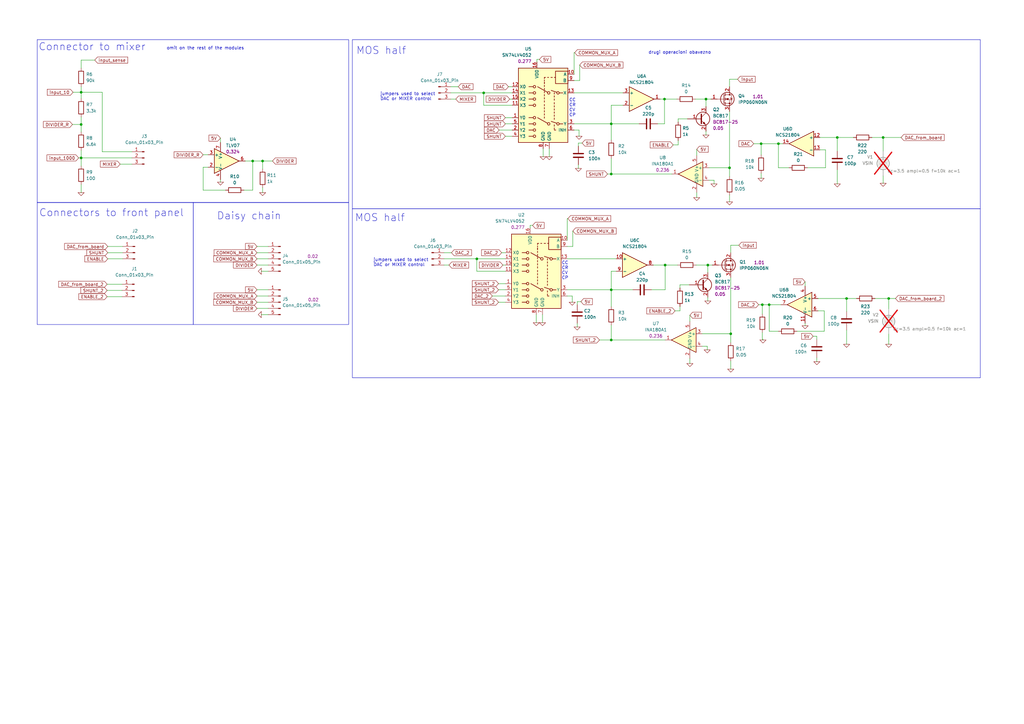
<source format=kicad_sch>
(kicad_sch (version 20230121) (generator eeschema)
  (paper "A3")
  (lib_symbols
    (symbol "Connector:Conn_01x03_Pin" (pin_names (offset 1.016) hide)
      (property "Reference" "J" (at 0 5.08 0))
      (property "Value" "Conn_01x03_Pin" (at 0 -5.08 0))
      (symbol "Conn_01x03_Pin_1_1"
        (pin passive line (at 5.08 2.54 180) (length 3.81) (name "Pin_1") (number "1"))
        (pin passive line (at 5.08 0 180) (length 3.81) (name "Pin_2") (number "2"))
        (pin passive line (at 5.08 -2.54 180) (length 3.81) (name "Pin_3") (number "3"))
      )
    )
    (symbol "Connector:Conn_01x05_Pin" (pin_names (offset 1.016) hide)
      (property "Reference" "J" (at 0 7.62 0))
      (property "Value" "Conn_01x05_Pin" (at 0 -7.62 0))
      (symbol "Conn_01x05_Pin_1_1"
        (pin passive line (at 5.08 5.08 180) (length 3.81) (name "Pin_1") (number "1"))
        (pin passive line (at 5.08 2.54 180) (length 3.81) (name "Pin_2") (number "2"))
        (pin passive line (at 5.08 0 180) (length 3.81) (name "Pin_3") (number "3"))
        (pin passive line (at 5.08 -2.54 180) (length 3.81) (name "Pin_4") (number "4"))
        (pin passive line (at 5.08 -5.08 180) (length 3.81) (name "Pin_5") (number "5"))
      )
    )
    (symbol "Device:C" (pin_numbers hide) (pin_names (offset 0.254))
      (property "Reference" "C" (at 0.635 2.54 0))
      (property "Value" "C" (at 0.635 -2.54 0))
      (symbol "C_1_1"
        (pin passive line (at 0 3.81 270) (length 2.794) (name "~") (number "1"))
        (pin passive line (at 0 -3.81 90) (length 2.794) (name "~") (number "2"))
      )
    )
    (symbol "Device:R" (pin_numbers hide) (pin_names (offset 0))
      (property "Reference" "R" (at 2.032 0 90))
      (property "Value" "R" (at 0 0 90))
      (symbol "R_1_1"
        (pin passive line (at 0 3.81 270) (length 1.27) (name "~") (number "1"))
        (pin passive line (at 0 -3.81 90) (length 1.27) (name "~") (number "2"))
      )
    )
    (symbol "SPICE_Analog_Switch:SN74LV4052"
      (property "Reference" "U" (at -10.16 16.51 0))
      (property "Value" "SN74LV4052" (at 3.81 16.51 0))
      (property "Price" "0.277" (at 0 0 0))
      (symbol "SN74LV4052_1_1"
        (pin bidirectional line (at 12.7 -5.08 180) (length 2.54) (name "Y0") (number "1"))
        (pin input line (at -12.7 12.7 0) (length 2.54) (name "A") (number "10"))
        (pin bidirectional line (at 12.7 0 180) (length 2.54) (name "X3") (number "11"))
        (pin bidirectional line (at 12.7 7.62 180) (length 2.54) (name "X0") (number "12"))
        (pin bidirectional line (at -12.7 5.08 0) (length 2.54) (name "X") (number "13"))
        (pin bidirectional line (at 12.7 5.08 180) (length 2.54) (name "X1") (number "14"))
        (pin bidirectional line (at 12.7 2.54 180) (length 2.54) (name "X2") (number "15"))
        (pin power_in line (at 2.54 17.78 270) (length 2.54) (name "VDD") (number "16"))
        (pin bidirectional line (at 12.7 -10.16 180) (length 2.54) (name "Y2") (number "2"))
        (pin bidirectional line (at -12.7 -7.62 0) (length 2.54) (name "Y") (number "3"))
        (pin bidirectional line (at 12.7 -12.7 180) (length 2.54) (name "Y3") (number "4"))
        (pin bidirectional line (at 12.7 -7.62 180) (length 2.54) (name "Y1") (number "5"))
        (pin input line (at -12.7 -10.16 0) (length 2.54) (name "INH") (number "6"))
        (pin power_in line (at -2.54 -17.78 90) (length 2.54) (name "GND") (number "7"))
        (pin power_in line (at 0 -17.78 90) (length 2.54) (name "GND") (number "8"))
        (pin input line (at -12.7 10.16 0) (length 2.54) (name "B") (number "9"))
      )
    )
    (symbol "SPICE_bjts:BC817" (pin_names (offset 0) hide)
      (property "Reference" "Q" (at 5.08 1.905 0))
      (property "Value" "BC817" (at 5.08 0 0))
      (property "Sim.Name" "BC817-25" (at 10.16 -3.81 0))
      (property "Price" "0.05" (at 6.35 -6.35 0))
      (symbol "BC817_1_1"
        (pin input line (at -5.08 0 0) (length 5.715) (name "B") (number "1"))
        (pin passive line (at 2.54 -5.08 90) (length 2.54) (name "E") (number "2"))
        (pin passive line (at 2.54 5.08 270) (length 2.54) (name "C") (number "3"))
      )
    )
    (symbol "SPICE_current_amp:INA180A1" (pin_names (offset 0.127))
      (property "Reference" "U" (at 3.81 3.81 0))
      (property "Value" "INA180A1" (at 3.81 -2.54 0))
      (property "Price" "0.236" (at 0 0 0))
      (symbol "INA180A1_1_1"
        (pin output line (at 7.62 0 180) (length 2.54) (name "~") (number "1"))
        (pin power_in line (at -2.54 -7.62 90) (length 3.81) (name "GND") (number "2"))
        (pin input line (at -7.62 2.54 0) (length 2.54) (name "+") (number "3"))
        (pin input line (at -7.62 -2.54 0) (length 2.54) (name "-") (number "4"))
        (pin power_in line (at -2.54 7.62 270) (length 3.81) (name "V+") (number "5"))
      )
    )
    (symbol "SPICE_fets:IPP060N06N" (pin_names hide)
      (property "Reference" "Q" (at 6.35 1.905 0))
      (property "Value" "IPP060N06N" (at 6.35 0 0))
      (symbol "IPP060N06N_1_1"
        (pin input line (at -5.08 0 0) (length 2.54) (name "G") (number "1"))
        (pin passive line (at 2.54 5.08 270) (length 2.54) (name "D") (number "2"))
        (pin passive line (at 2.54 -5.08 90) (length 2.54) (name "S") (number "3"))
      )
    )
    (symbol "SPICE_opamps:NCS21804" (pin_names (offset 0.127))
      (property "Reference" "U" (at 2.54 6.35 0))
      (property "Value" "NCS21804" (at 2.54 3.81 0))
      (symbol "NCS21804_1_1"
        (pin output line (at 7.62 0 180) (length 2.54) (name "~") (number "1"))
        (pin input line (at -7.62 -2.54 0) (length 2.54) (name "-") (number "2"))
        (pin input line (at -7.62 2.54 0) (length 2.54) (name "+") (number "3"))
      )
      (symbol "NCS21804_2_1"
        (pin input line (at -7.62 2.54 0) (length 2.54) (name "+") (number "5"))
        (pin input line (at -7.62 -2.54 0) (length 2.54) (name "-") (number "6"))
        (pin output line (at 7.62 0 180) (length 2.54) (name "~") (number "7"))
      )
      (symbol "NCS21804_3_1"
        (pin input line (at -7.62 2.54 0) (length 2.54) (name "+") (number "10"))
        (pin output line (at 7.62 0 180) (length 2.54) (name "~") (number "8"))
        (pin input line (at -7.62 -2.54 0) (length 2.54) (name "-") (number "9"))
      )
      (symbol "NCS21804_4_1"
        (pin input line (at -7.62 2.54 0) (length 2.54) (name "+") (number "12"))
        (pin input line (at -7.62 -2.54 0) (length 2.54) (name "-") (number "13"))
        (pin output line (at 7.62 0 180) (length 2.54) (name "~") (number "14"))
      )
      (symbol "NCS21804_5_1"
        (pin power_in line (at 0 -7.62 90) (length 3.81) (name "V-") (number "11"))
        (pin power_in line (at 0 7.62 270) (length 3.81) (name "V+") (number "4"))
      )
    )
    (symbol "SPICE_opamps:TLV07" (pin_names (offset 0.127))
      (property "Reference" "U" (at 7.62 2.54 0))
      (property "Value" "TLV07" (at 11.43 -2.54 0))
      (property "Price" "0.324" (at 5.08 5.08 0))
      (symbol "TLV07_1_1"
        (pin input line (at -5.08 -2.54 0) (length 2.54) (name "-") (number "2"))
        (pin input line (at -5.08 2.54 0) (length 2.54) (name "+") (number "3"))
        (pin power_in line (at 0 -7.62 90) (length 3.81) (name "V-") (number "4"))
        (pin output line (at 10.16 0 180) (length 2.54) (name "~") (number "6"))
        (pin power_in line (at 0 7.62 270) (length 3.81) (name "V+") (number "7"))
      )
    )
    (symbol "Simulation_SPICE:0" (power) (pin_names (offset 0))
      (property "Value" "0" (at 0 -1.778 0))
      (symbol "0_1_1"
        (pin power_in line (at 0 0 0) (length 0) hide (name "0") (number "1"))
      )
    )
    (symbol "Simulation_SPICE:VSIN" (pin_numbers hide) (pin_names (offset 0.0254))
      (property "Reference" "V" (at 2.54 2.54 0))
      (property "Value" "VSIN" (at 2.54 0 0))
      (property "Sim.Params" "dc=0 ampl=1 f=1k ac=1" (at 2.54 -2.54 0))
      (symbol "VSIN_0_0"
        (text "+" (at 0 1.905 0) (effects (font (size 1.27 1.27))))
      )
      (symbol "VSIN_1_1"
        (pin passive line (at 0 5.08 270) (length 2.54) (name "~") (number "1"))
        (pin passive line (at 0 -5.08 90) (length 2.54) (name "~") (number "2"))
      )
    )
  )
  (junction (at 33.274 51.054))
  (junction (at 315.468 124.968))
  (junction (at 299.212 68.834))
  (junction (at 290.322 108.712))
  (junction (at 347.218 122.428))
  (junction (at 289.56 40.64))
  (junction (at 250.698 139.446))
  (junction (at 250.698 50.8))
  (junction (at 103.632 66.04))
  (junction (at 362.204 56.388))
  (junction (at 319.278 58.928))
  (junction (at 343.408 56.388))
  (junction (at 312.166 58.928))
  (junction (at 198.374 38.1))
  (junction (at 195.58 106.172))
  (junction (at 364.49 122.428))
  (junction (at 250.698 118.872))
  (junction (at 312.674 124.968))
  (junction (at 107.696 66.04))
  (junction (at 272.796 108.712))
  (junction (at 33.274 64.77))
  (junction (at 272.542 40.64))
  (junction (at 299.72 136.906))
  (junction (at 250.698 71.374))
  (junction (at 33.274 37.846))
  (wire (pts (xy 272.542 40.64) (xy 277.622 40.64)))
  (wire (pts (xy 330.2 132.588) (xy 330.2 133.604)))
  (wire (pts (xy 100.076 77.978) (xy 103.632 77.978)))
  (wire (pts (xy 41.91 62.23) (xy 41.91 37.846)))
  (wire (pts (xy 338.582 68.834) (xy 331.216 68.834)))
  (wire (pts (xy 312.166 58.928) (xy 319.278 58.928)))
  (wire (pts (xy 250.698 65.024) (xy 250.698 71.374)))
  (wire (pts (xy 33.274 37.846) (xy 33.274 40.386)))
  (wire (pts (xy 250.698 50.8) (xy 250.698 57.404)))
  (wire (pts (xy 285.75 78.994) (xy 285.75 81.026)))
  (wire (pts (xy 290.068 141.986) (xy 288.036 141.986)))
  (wire (pts (xy 234.95 101.092) (xy 232.664 101.092)))
  (wire (pts (xy 107.696 76.962) (xy 107.696 78.994)))
  (wire (pts (xy 210.058 43.18) (xy 198.374 43.18)))
  (wire (pts (xy 276.098 59.436) (xy 278.13 59.436)))
  (wire (pts (xy 282.956 147.066) (xy 282.956 149.098)))
  (wire (pts (xy 364.49 136.906) (xy 364.49 141.224)))
  (wire (pts (xy 299.72 100.584) (xy 303.022 100.584)))
  (wire (pts (xy 207.264 48.26) (xy 210.058 48.26)))
  (wire (pts (xy 185.166 103.632) (xy 182.118 103.632)))
  (wire (pts (xy 204.724 53.34) (xy 210.058 53.34)))
  (wire (pts (xy 237.49 55.88) (xy 237.49 53.34)))
  (wire (pts (xy 105.41 101.092) (xy 109.982 101.092)))
  (wire (pts (xy 351.282 122.428) (xy 347.218 122.428)))
  (wire (pts (xy 206.248 108.712) (xy 207.264 108.712)))
  (wire (pts (xy 29.972 37.846) (xy 33.274 37.846)))
  (wire (pts (xy 33.274 35.56) (xy 33.274 37.846)))
  (wire (pts (xy 312.928 139.192) (xy 312.674 139.192)))
  (wire (pts (xy 250.698 71.374) (xy 275.59 71.374)))
  (wire (pts (xy 272.796 108.712) (xy 272.796 118.872)))
  (wire (pts (xy 222.758 60.96) (xy 222.758 64.262)))
  (wire (pts (xy 250.698 118.872) (xy 250.698 125.73)))
  (wire (pts (xy 319.278 58.928) (xy 319.278 68.834)))
  (wire (pts (xy 90.424 56.642) (xy 90.424 58.42)))
  (wire (pts (xy 44.196 101.092) (xy 50.292 101.092)))
  (wire (pts (xy 272.542 40.64) (xy 272.542 50.8)))
  (wire (pts (xy 221.234 24.384) (xy 220.218 24.384)))
  (wire (pts (xy 285.242 40.64) (xy 289.56 40.64)))
  (wire (pts (xy 335.026 148.336) (xy 335.026 146.812)))
  (wire (pts (xy 267.208 118.872) (xy 272.796 118.872)))
  (wire (pts (xy 292.862 75.438) (xy 292.862 73.914)))
  (wire (pts (xy 33.274 51.054) (xy 33.274 54.102)))
  (wire (pts (xy 83.312 68.58) (xy 85.344 68.58)))
  (wire (pts (xy 343.408 56.388) (xy 350.012 56.388)))
  (wire (pts (xy 367.284 122.428) (xy 364.49 122.428)))
  (wire (pts (xy 278.892 127.508) (xy 278.892 125.73)))
  (wire (pts (xy 232.664 89.662) (xy 232.664 98.552)))
  (wire (pts (xy 319.278 135.89) (xy 315.468 135.89)))
  (wire (pts (xy 237.744 26.67) (xy 237.744 33.02)))
  (wire (pts (xy 330.2 115.57) (xy 330.2 117.348)))
  (wire (pts (xy 278.13 50.038) (xy 278.13 48.768)))
  (wire (pts (xy 289.56 55.372) (xy 289.56 53.848)))
  (wire (pts (xy 364.49 122.428) (xy 358.902 122.428)))
  (wire (pts (xy 312.674 136.398) (xy 312.674 139.192)))
  (wire (pts (xy 347.218 127.762) (xy 347.218 122.428)))
  (wire (pts (xy 235.458 21.59) (xy 235.458 30.48)))
  (wire (pts (xy 33.274 75.692) (xy 33.274 78.994)))
  (wire (pts (xy 83.312 77.978) (xy 92.456 77.978)))
  (wire (pts (xy 288.036 136.906) (xy 299.72 136.906)))
  (wire (pts (xy 299.212 45.72) (xy 299.212 68.834)))
  (wire (pts (xy 336.296 56.388) (xy 343.408 56.388)))
  (wire (pts (xy 250.698 139.446) (xy 272.796 139.446)))
  (wire (pts (xy 44.196 106.172) (xy 50.292 106.172)))
  (wire (pts (xy 299.212 80.01) (xy 299.212 82.804)))
  (wire (pts (xy 236.728 123.698) (xy 236.728 124.968)))
  (wire (pts (xy 105.41 118.872) (xy 109.982 118.872)))
  (wire (pts (xy 270.764 40.64) (xy 272.542 40.64)))
  (wire (pts (xy 321.056 58.928) (xy 319.278 58.928)))
  (wire (pts (xy 250.698 50.8) (xy 250.698 43.18)))
  (wire (pts (xy 299.72 136.906) (xy 299.72 140.462)))
  (wire (pts (xy 290.322 123.444) (xy 290.322 121.92)))
  (wire (pts (xy 232.664 106.172) (xy 252.73 106.172)))
  (wire (pts (xy 262.128 50.8) (xy 250.698 50.8)))
  (wire (pts (xy 32.258 64.77) (xy 33.274 64.77)))
  (wire (pts (xy 312.166 58.928) (xy 309.118 58.928)))
  (wire (pts (xy 238.76 58.674) (xy 237.236 58.674)))
  (wire (pts (xy 207.264 50.8) (xy 210.058 50.8)))
  (wire (pts (xy 278.13 48.768) (xy 281.94 48.768)))
  (wire (pts (xy 232.664 118.872) (xy 250.698 118.872)))
  (wire (pts (xy 250.698 133.35) (xy 250.698 139.446)))
  (wire (pts (xy 208.534 35.56) (xy 210.058 35.56)))
  (wire (pts (xy 105.41 123.952) (xy 109.982 123.952)))
  (wire (pts (xy 236.728 134.112) (xy 236.728 132.588)))
  (wire (pts (xy 105.41 108.712) (xy 109.982 108.712)))
  (wire (pts (xy 320.294 124.968) (xy 315.468 124.968)))
  (wire (pts (xy 292.862 73.914) (xy 290.83 73.914)))
  (wire (pts (xy 43.942 119.126) (xy 50.038 119.126)))
  (wire (pts (xy 107.696 66.04) (xy 111.76 66.04)))
  (wire (pts (xy 41.91 37.846) (xy 33.274 37.846)))
  (wire (pts (xy 338.074 135.89) (xy 326.898 135.89)))
  (wire (pts (xy 237.49 53.34) (xy 235.458 53.34)))
  (wire (pts (xy 187.96 35.56) (xy 184.912 35.56)))
  (wire (pts (xy 290.322 108.712) (xy 290.322 111.76)))
  (wire (pts (xy 209.042 40.64) (xy 210.058 40.64)))
  (wire (pts (xy 105.41 126.492) (xy 109.982 126.492)))
  (wire (pts (xy 312.674 124.968) (xy 312.674 128.778)))
  (wire (pts (xy 100.584 66.04) (xy 103.632 66.04)))
  (wire (pts (xy 184.15 108.712) (xy 182.118 108.712)))
  (wire (pts (xy 207.264 111.252) (xy 195.58 111.252)))
  (wire (pts (xy 33.274 24.638) (xy 33.274 27.94)))
  (wire (pts (xy 234.696 121.412) (xy 232.664 121.412)))
  (wire (pts (xy 33.274 64.77) (xy 54.102 64.77)))
  (wire (pts (xy 250.698 118.872) (xy 259.588 118.872)))
  (wire (pts (xy 299.212 68.834) (xy 299.212 72.39)))
  (wire (pts (xy 250.698 111.252) (xy 252.73 111.252)))
  (wire (pts (xy 312.166 71.12) (xy 312.166 73.152)))
  (wire (pts (xy 235.458 50.8) (xy 250.698 50.8)))
  (wire (pts (xy 107.696 66.04) (xy 107.696 69.342)))
  (wire (pts (xy 290.068 143.51) (xy 290.068 141.986)))
  (wire (pts (xy 204.47 123.952) (xy 207.264 123.952)))
  (wire (pts (xy 338.074 127.508) (xy 335.534 127.508)))
  (wire (pts (xy 299.72 113.792) (xy 299.72 136.906)))
  (wire (pts (xy 285.496 108.712) (xy 290.322 108.712)))
  (wire (pts (xy 315.468 124.968) (xy 312.674 124.968)))
  (wire (pts (xy 103.632 66.04) (xy 107.696 66.04)))
  (wire (pts (xy 195.58 106.172) (xy 207.264 106.172)))
  (wire (pts (xy 33.274 48.006) (xy 33.274 51.054)))
  (wire (pts (xy 198.374 43.18) (xy 198.374 38.1)))
  (wire (pts (xy 299.212 32.512) (xy 302.514 32.512)))
  (wire (pts (xy 220.218 24.384) (xy 220.218 25.4)))
  (wire (pts (xy 54.102 62.23) (xy 41.91 62.23)))
  (wire (pts (xy 201.93 121.412) (xy 207.264 121.412)))
  (wire (pts (xy 222.504 129.032) (xy 222.504 132.334)))
  (wire (pts (xy 364.49 122.428) (xy 364.49 126.746)))
  (wire (pts (xy 235.712 21.59) (xy 235.458 21.59)))
  (wire (pts (xy 205.74 103.632) (xy 207.264 103.632)))
  (wire (pts (xy 362.204 56.388) (xy 369.57 56.388)))
  (wire (pts (xy 312.928 139.192) (xy 312.928 139.446)))
  (wire (pts (xy 250.698 118.872) (xy 250.698 111.252)))
  (wire (pts (xy 289.56 40.64) (xy 291.592 40.64)))
  (wire (pts (xy 44.196 103.632) (xy 50.292 103.632)))
  (wire (pts (xy 29.718 51.054) (xy 33.274 51.054)))
  (wire (pts (xy 234.696 123.952) (xy 234.696 121.412)))
  (wire (pts (xy 204.47 118.872) (xy 207.264 118.872)))
  (wire (pts (xy 290.322 108.712) (xy 292.1 108.712)))
  (wire (pts (xy 312.166 58.928) (xy 312.166 63.5)))
  (wire (pts (xy 33.274 64.77) (xy 33.274 68.072)))
  (wire (pts (xy 195.58 111.252) (xy 195.58 106.172)))
  (wire (pts (xy 315.468 124.968) (xy 315.468 135.89)))
  (wire (pts (xy 362.204 56.388) (xy 362.204 61.976)))
  (wire (pts (xy 278.892 116.84) (xy 282.702 116.84)))
  (wire (pts (xy 278.13 59.436) (xy 278.13 57.658)))
  (wire (pts (xy 49.276 67.31) (xy 54.102 67.31)))
  (wire (pts (xy 347.218 135.382) (xy 347.218 141.224)))
  (wire (pts (xy 269.748 50.8) (xy 272.542 50.8)))
  (wire (pts (xy 38.862 24.638) (xy 33.274 24.638)))
  (wire (pts (xy 333.502 137.922) (xy 335.026 137.922)))
  (wire (pts (xy 299.72 148.082) (xy 299.72 151.384)))
  (wire (pts (xy 250.698 43.18) (xy 255.524 43.18)))
  (wire (pts (xy 238.252 123.698) (xy 236.728 123.698)))
  (wire (pts (xy 299.72 103.632) (xy 299.72 100.584)))
  (wire (pts (xy 282.956 129.286) (xy 282.956 131.826)))
  (wire (pts (xy 105.41 103.632) (xy 109.982 103.632)))
  (wire (pts (xy 184.912 38.1) (xy 198.374 38.1)))
  (wire (pts (xy 43.942 116.586) (xy 50.038 116.586)))
  (wire (pts (xy 338.582 61.468) (xy 336.296 61.468)))
  (wire (pts (xy 237.236 58.674) (xy 237.236 59.944)))
  (wire (pts (xy 299.212 35.56) (xy 299.212 32.512)))
  (wire (pts (xy 219.964 129.032) (xy 219.964 132.334)))
  (wire (pts (xy 186.944 40.64) (xy 184.912 40.64)))
  (wire (pts (xy 105.41 106.172) (xy 109.982 106.172)))
  (wire (pts (xy 204.47 116.332) (xy 207.264 116.332)))
  (wire (pts (xy 272.796 108.712) (xy 277.876 108.712)))
  (wire (pts (xy 276.86 127.508) (xy 278.892 127.508)))
  (wire (pts (xy 33.274 61.722) (xy 33.274 64.77)))
  (wire (pts (xy 338.074 127.508) (xy 338.074 135.89)))
  (wire (pts (xy 234.95 94.742) (xy 234.95 101.092)))
  (wire (pts (xy 290.83 68.834) (xy 299.212 68.834)))
  (wire (pts (xy 225.298 60.96) (xy 225.298 64.262)))
  (wire (pts (xy 217.424 92.456) (xy 217.424 93.472)))
  (wire (pts (xy 105.41 121.412) (xy 109.982 121.412)))
  (wire (pts (xy 323.596 68.834) (xy 319.278 68.834)))
  (wire (pts (xy 362.204 56.388) (xy 357.632 56.388)))
  (wire (pts (xy 278.892 118.11) (xy 278.892 116.84)))
  (wire (pts (xy 237.236 69.088) (xy 237.236 67.564)))
  (wire (pts (xy 83.312 63.5) (xy 85.344 63.5)))
  (wire (pts (xy 335.026 137.922) (xy 335.026 139.192)))
  (wire (pts (xy 289.56 40.64) (xy 289.56 43.688)))
  (wire (pts (xy 90.424 73.66) (xy 90.424 74.676)))
  (wire (pts (xy 182.118 106.172) (xy 195.58 106.172)))
  (wire (pts (xy 285.75 61.214) (xy 285.75 63.754)))
  (wire (pts (xy 235.458 38.1) (xy 255.524 38.1)))
  (wire (pts (xy 347.218 122.428) (xy 335.534 122.428)))
  (wire (pts (xy 245.872 139.446) (xy 250.698 139.446)))
  (wire (pts (xy 249.174 71.374) (xy 250.698 71.374)))
  (wire (pts (xy 362.204 72.136) (xy 362.204 75.184)))
  (wire (pts (xy 107.188 129.032) (xy 109.982 129.032)))
  (wire (pts (xy 83.312 68.58) (xy 83.312 77.978)))
  (wire (pts (xy 207.264 55.88) (xy 210.058 55.88)))
  (wire (pts (xy 107.188 111.252) (xy 109.982 111.252)))
  (wire (pts (xy 312.674 124.968) (xy 311.15 124.968)))
  (wire (pts (xy 267.97 108.712) (xy 272.796 108.712)))
  (wire (pts (xy 103.632 66.04) (xy 103.632 77.978)))
  (wire (pts (xy 43.942 121.666) (xy 50.038 121.666)))
  (wire (pts (xy 198.374 38.1) (xy 210.058 38.1)))
  (wire (pts (xy 343.408 69.596) (xy 343.408 75.438)))
  (wire (pts (xy 237.744 33.02) (xy 235.458 33.02)))
  (wire (pts (xy 232.918 89.662) (xy 232.664 89.662)))
  (wire (pts (xy 218.44 92.456) (xy 217.424 92.456)))
  (wire (pts (xy 338.582 61.468) (xy 338.582 68.834)))
  (wire (pts (xy 343.408 56.388) (xy 343.408 61.976)))
  (rectangle (start 144.526 85.598) (end 402.082 154.94))
  (rectangle (start 15.24 83.058) (end 79.248 133.096))
  (rectangle (start 15.24 16.256) (end 143.002 83.058))
  (rectangle (start 79.248 83.058) (end 143.002 133.096))
  (rectangle (start 144.526 16.256) (end 402.082 85.598))
  (text "CC\nCR\nCV\nCP" (at 233.426 48.006 0) (effects (font (size 1.27 1.27)) (justify left bottom)))
  (text "omit on the rest of the modules" (at 68.326 20.574 0) (effects (font (size 1.27 1.27)) (justify left bottom)))
  (text "CC\nCR\nCV\nCP" (at 230.378 114.808 0) (effects (font (size 1.27 1.27)) (justify left bottom)))
  (text "drugi operacioni obavezno\n" (at 265.938 22.352 0) (effects (font (size 1.27 1.27)) (justify left bottom)))
  (text "MOS half\n" (at 146.05 22.606 0) (effects (font (size 3 3)) (justify left bottom)))
  (text "jumpers used to select\nDAC or MIXER control" (at 155.956 41.402 0) (effects (font (size 1.27 1.27)) (justify left bottom)))
  (text "Connector to mixer" (at 15.748 21.082 0) (effects (font (size 3 3)) (justify left bottom)))
  (text "MOS half\n" (at 145.542 91.186 0) (effects (font (size 3 3)) (justify left bottom)))
  (text "jumpers used to select\nDAC or MIXER control" (at 153.162 109.474 0) (effects (font (size 1.27 1.27)) (justify left bottom)))
  (text "Connectors to front panel" (at 16.002 89.154 0) (effects (font (size 3 3)) (justify left bottom)))
  (text "Daisy chain" (at 88.9 90.424 0) (effects (font (size 3 3)) (justify left bottom)))
  (global_label "input" (shape input) (at 303.022 100.584 0) (property "Intersheetrefs" "${INTERSHEET_REFS}" (effects hide)))
  (global_label "SHUNT_2" (shape input) (at 43.942 119.126 180) (property "Intersheetrefs" "${INTERSHEET_REFS}" (effects hide)))
  (global_label "MIXER" (shape input) (at 184.15 108.712 0) (property "Intersheetrefs" "${INTERSHEET_REFS}" (effects hide)))
  (global_label "5V" (shape input) (at 285.75 61.214 0) (property "Intersheetrefs" "${INTERSHEET_REFS}" (effects hide)))
  (global_label "DAC_2" (shape input) (at 185.166 103.632 0) (property "Intersheetrefs" "${INTERSHEET_REFS}" (effects hide)))
  (global_label "COMMON_MUX_A" (shape input) (at 235.712 21.59 0) (property "Intersheetrefs" "${INTERSHEET_REFS}" (effects hide)))
  (global_label "DIVIDER" (shape input) (at 105.41 108.712 180) (property "Intersheetrefs" "${INTERSHEET_REFS}" (effects hide)))
  (global_label "SHUNT_2" (shape input) (at 204.47 118.872 180) (property "Intersheetrefs" "${INTERSHEET_REFS}" (effects hide)))
  (global_label "input_10" (shape input) (at 29.972 37.846 180) (property "Intersheetrefs" "${INTERSHEET_REFS}" (effects hide)))
  (global_label "DAC_from_board_2" (shape input) (at 43.942 116.586 180) (property "Intersheetrefs" "${INTERSHEET_REFS}" (effects hide)))
  (global_label "ENABLE" (shape input) (at 276.098 59.436 180) (property "Intersheetrefs" "${INTERSHEET_REFS}" (effects hide)))
  (global_label "DAC_from_board" (shape input) (at 44.196 101.092 180) (property "Intersheetrefs" "${INTERSHEET_REFS}" (effects hide)))
  (global_label "DAC_from_board_2" (shape input) (at 367.284 122.428 0) (property "Intersheetrefs" "${INTERSHEET_REFS}" (effects hide)))
  (global_label "SHUNT" (shape input) (at 207.264 48.26 180) (property "Intersheetrefs" "${INTERSHEET_REFS}" (effects hide)))
  (global_label "5V" (shape input) (at 221.234 24.384 0) (property "Intersheetrefs" "${INTERSHEET_REFS}" (effects hide)))
  (global_label "COMMON_MUX_A" (shape input) (at 232.918 89.662 0) (property "Intersheetrefs" "${INTERSHEET_REFS}" (effects hide)))
  (global_label "5V" (shape input) (at 105.41 101.092 180) (property "Intersheetrefs" "${INTERSHEET_REFS}" (effects hide)))
  (global_label "ENABLE" (shape input) (at 44.196 106.172 180) (property "Intersheetrefs" "${INTERSHEET_REFS}" (effects hide)))
  (global_label "COMMON_MUX_A" (shape input) (at 105.41 103.632 180) (property "Intersheetrefs" "${INTERSHEET_REFS}" (effects hide)))
  (global_label "SHUNT_2" (shape input) (at 204.47 123.952 180) (property "Intersheetrefs" "${INTERSHEET_REFS}" (effects hide)))
  (global_label "COMMON_MUX_A" (shape input) (at 105.41 121.412 180) (property "Intersheetrefs" "${INTERSHEET_REFS}" (effects hide)))
  (global_label "ENABLE_2" (shape input) (at 43.942 121.666 180) (property "Intersheetrefs" "${INTERSHEET_REFS}" (effects hide)))
  (global_label "DIVIDER_R" (shape input) (at 29.718 51.054 180) (property "Intersheetrefs" "${INTERSHEET_REFS}" (effects hide)))
  (global_label "DAC_2" (shape input) (at 311.15 124.968 180) (property "Intersheetrefs" "${INTERSHEET_REFS}" (effects hide)))
  (global_label "5V" (shape input) (at 333.502 137.922 180) (property "Intersheetrefs" "${INTERSHEET_REFS}" (effects hide)))
  (global_label "DAC_2" (shape input) (at 205.74 103.632 180) (property "Intersheetrefs" "${INTERSHEET_REFS}" (effects hide)))
  (global_label "5V" (shape input) (at 218.44 92.456 0) (property "Intersheetrefs" "${INTERSHEET_REFS}" (effects hide)))
  (global_label "DAC" (shape input) (at 208.534 35.56 180) (property "Intersheetrefs" "${INTERSHEET_REFS}" (effects hide)))
  (global_label "DIVIDER_R" (shape input) (at 83.312 63.5 180) (property "Intersheetrefs" "${INTERSHEET_REFS}" (effects hide)))
  (global_label "SHUNT_2" (shape input) (at 204.47 116.332 180) (property "Intersheetrefs" "${INTERSHEET_REFS}" (effects hide)))
  (global_label "5V" (shape input) (at 105.41 118.872 180) (property "Intersheetrefs" "${INTERSHEET_REFS}" (effects hide)))
  (global_label "MIXER" (shape input) (at 49.276 67.31 180) (property "Intersheetrefs" "${INTERSHEET_REFS}" (effects hide)))
  (global_label "input_sense" (shape input) (at 38.862 24.638 0) (property "Intersheetrefs" "${INTERSHEET_REFS}" (effects hide)))
  (global_label "COMMON_MUX_B" (shape input) (at 234.95 94.742 0) (property "Intersheetrefs" "${INTERSHEET_REFS}" (effects hide)))
  (global_label "DIVIDER" (shape input) (at 209.042 40.64 180) (property "Intersheetrefs" "${INTERSHEET_REFS}" (effects hide)))
  (global_label "COMMON_MUX_B" (shape input) (at 105.41 123.952 180) (property "Intersheetrefs" "${INTERSHEET_REFS}" (effects hide)))
  (global_label "COMMON_MUX_B" (shape input) (at 237.744 26.67 0) (property "Intersheetrefs" "${INTERSHEET_REFS}" (effects hide)))
  (global_label "DAC_from_board" (shape input) (at 369.57 56.388 0) (property "Intersheetrefs" "${INTERSHEET_REFS}" (effects hide)))
  (global_label "DAC_2" (shape input) (at 201.93 121.412 180) (property "Intersheetrefs" "${INTERSHEET_REFS}" (effects hide)))
  (global_label "COMMON_MUX_B" (shape input) (at 105.41 106.172 180) (property "Intersheetrefs" "${INTERSHEET_REFS}" (effects hide)))
  (global_label "SHUNT" (shape input) (at 207.264 55.88 180) (property "Intersheetrefs" "${INTERSHEET_REFS}" (effects hide)))
  (global_label "5V" (shape input) (at 330.2 115.57 180) (property "Intersheetrefs" "${INTERSHEET_REFS}" (effects hide)))
  (global_label "DIVIDER" (shape input) (at 206.248 108.712 180) (property "Intersheetrefs" "${INTERSHEET_REFS}" (effects hide)))
  (global_label "5V" (shape input) (at 238.76 58.674 0) (property "Intersheetrefs" "${INTERSHEET_REFS}" (effects hide)))
  (global_label "5V" (shape input) (at 90.424 56.642 180) (property "Intersheetrefs" "${INTERSHEET_REFS}" (effects hide)))
  (global_label "5V" (shape input) (at 238.252 123.698 0) (property "Intersheetrefs" "${INTERSHEET_REFS}" (effects hide)))
  (global_label "SHUNT" (shape input) (at 44.196 103.632 180) (property "Intersheetrefs" "${INTERSHEET_REFS}" (effects hide)))
  (global_label "DAC" (shape input) (at 204.724 53.34 180) (property "Intersheetrefs" "${INTERSHEET_REFS}" (effects hide)))
  (global_label "SHUNT" (shape input) (at 207.264 50.8 180) (property "Intersheetrefs" "${INTERSHEET_REFS}" (effects hide)))
  (global_label "DAC" (shape input) (at 187.96 35.56 0) (property "Intersheetrefs" "${INTERSHEET_REFS}" (effects hide)))
  (global_label "SHUNT_2" (shape input) (at 245.872 139.446 180) (property "Intersheetrefs" "${INTERSHEET_REFS}" (effects hide)))
  (global_label "ENABLE_2" (shape input) (at 276.86 127.508 180) (property "Intersheetrefs" "${INTERSHEET_REFS}" (effects hide)))
  (global_label "5V" (shape input) (at 282.956 129.286 0) (property "Intersheetrefs" "${INTERSHEET_REFS}" (effects hide)))
  (global_label "DIVIDER" (shape input) (at 105.41 126.492 180) (property "Intersheetrefs" "${INTERSHEET_REFS}" (effects hide)))
  (global_label "SHUNT" (shape input) (at 249.174 71.374 180) (property "Intersheetrefs" "${INTERSHEET_REFS}" (effects hide)))
  (global_label "DIVIDER" (shape input) (at 111.76 66.04 0) (property "Intersheetrefs" "${INTERSHEET_REFS}" (effects hide)))
  (global_label "input_1000" (shape input) (at 32.258 64.77 180) (property "Intersheetrefs" "${INTERSHEET_REFS}" (effects hide)))
  (global_label "DAC" (shape input) (at 309.118 58.928 180) (property "Intersheetrefs" "${INTERSHEET_REFS}" (effects hide)))
  (global_label "MIXER" (shape input) (at 186.944 40.64 0) (property "Intersheetrefs" "${INTERSHEET_REFS}" (effects hide)))
  (global_label "input" (shape input) (at 302.514 32.512 0) (property "Intersheetrefs" "${INTERSHEET_REFS}" (effects hide)))
  (symbol (lib_id "Simulation_SPICE:0") (at 364.49 141.224 0) (mirror y) (unit 1)
    (property "Reference" "#GND032" (effects hide))
    (property "Value" "0" (effects hide))
  )
  (symbol (lib_id "Device:C") (at 265.938 50.8 90) (unit 1)
    (property "Reference" "C5" (at 265.938 44.196 90))
    (property "Value" "220p" (at 265.938 46.736 90))
    (property "Footprint" "Capacitor_SMD:C_1206_3216Metric_Pad1.33x1.80mm_HandSolder" (effects hide))
  )
  (symbol (lib_id "Device:R") (at 299.212 76.2 0) (unit 1)
    (property "Reference" "R16" (at 301.244 74.93 0) (effects (justify left)))
    (property "Value" "0.05" (at 301.244 77.47 0) (effects (justify left)))
    (property "Footprint" "Resistor_SMD:R_2512_6332Metric_Pad1.40x3.35mm_HandSolder" (effects hide))
    (property "Price" "0.352" (effects hide))
  )
  (symbol (lib_id "Simulation_SPICE:0") (at 362.204 75.184 0) (mirror y) (unit 1)
    (property "Reference" "#GND031" (effects hide))
    (property "Value" "0" (effects hide))
  )
  (symbol (lib_id "Simulation_SPICE:0") (at 33.274 78.994 0) (unit 1)
    (property "Reference" "#GND05" (effects hide))
    (property "Value" "0" (effects hide))
  )
  (symbol (lib_id "Device:C") (at 236.728 128.778 0) (unit 1)
    (property "Reference" "C2" (at 239.522 127.508 0) (effects (justify left)))
    (property "Value" "100n" (at 239.522 130.048 0) (effects (justify left)))
    (property "Footprint" "Capacitor_SMD:C_1206_3216Metric_Pad1.33x1.80mm_HandSolder" (effects hide))
  )
  (symbol (lib_id "Simulation_SPICE:0") (at 343.408 75.438 0) (unit 1)
    (property "Reference" "#GND029" (effects hide))
    (property "Value" "0" (effects hide))
  )
  (symbol (lib_id "Device:R") (at 33.274 57.912 0) (unit 1)
    (property "Reference" "R8" (at 35.306 56.642 0) (effects (justify left)))
    (property "Value" "6.6k" (at 35.306 59.182 0) (effects (justify left)))
    (property "Footprint" "Resistor_SMD:R_1206_3216Metric_Pad1.30x1.75mm_HandSolder" (effects hide))
    (property "Price" "0.352" (effects hide))
  )
  (symbol (lib_id "SPICE_bjts:BC817") (at 287.782 116.84 0) (unit 1)
    (property "Reference" "Q3" (at 293.116 113.03 0) (effects (justify left)))
    (property "Value" "BC817" (at 293.116 115.57 0) (effects (justify left)))
    (property "Footprint" "Package_TO_SOT_SMD:SOT-23" (effects hide))
    (property "Datasheet" "https://www.onsemi.com/pub/Collateral/BC818-D.pdf" (effects hide))
    (property "Sim.Library" "/home/ostoja/spice_models/bjts/BC817-25.lib" (effects hide))
    (property "Sim.Name" "BC817-25" (at 293.116 118.11 0) (effects (justify left)))
    (property "Sim.Device" "NPN" (effects hide))
    (property "Sim.Type" "GUMMELPOON" (effects hide))
    (property "Sim.Pins" "1=B 2=E 3=C" (effects hide))
    (property "Sim.Params" "is=91980a" (effects hide))
    (property "Price" "0.05" (at 293.116 120.65 0) (effects (justify left)))
  )
  (symbol (lib_id "Device:R") (at 353.822 56.388 270) (mirror x) (unit 1)
    (property "Reference" "R22" (at 355.6 59.69 90) (effects (justify right)))
    (property "Value" "220" (at 355.6 62.23 90) (effects (justify right)))
    (property "Footprint" "Resistor_SMD:R_1206_3216Metric_Pad1.30x1.75mm_HandSolder" (effects hide))
  )
  (symbol (lib_id "Device:R") (at 278.892 121.92 180) (unit 1)
    (property "Reference" "R13" (at 280.67 120.65 0) (effects (justify right)))
    (property "Value" "1k" (at 280.67 123.19 0) (effects (justify right)))
    (property "Footprint" "Resistor_SMD:R_1206_3216Metric_Pad1.30x1.75mm_HandSolder" (effects hide))
  )
  (symbol (lib_id "SPICE_Analog_Switch:SN74LV4052") (at 222.758 43.18 0) (mirror y) (unit 1)
    (property "Reference" "U5" (at 218.0239 20.066 0) (effects (justify left)))
    (property "Value" "SN74LV4052" (at 218.0239 22.606 0) (effects (justify left)))
    (property "Footprint" "Package_SO:SOIC-16_3.9x9.9mm_P1.27mm" (effects hide))
    (property "Datasheet" "http://www.ti.com/lit/ds/symlink/cd4052b.pdf" (effects hide))
    (property "Price" "0.277" (at 218.0239 25.146 0) (effects (justify left)))
    (property "Sim.Enable" "0" (effects hide))
  )
  (symbol (lib_id "Simulation_SPICE:0") (at 330.2 133.604 0) (mirror y) (unit 1)
    (property "Reference" "#GND027" (effects hide))
    (property "Value" "0" (effects hide))
  )
  (symbol (lib_id "Device:R") (at 312.674 132.588 0) (mirror x) (unit 1)
    (property "Reference" "R19" (at 309.88 131.318 0) (effects (justify right)))
    (property "Value" "10k" (at 309.88 133.858 0) (effects (justify right)))
    (property "Footprint" "Resistor_SMD:R_1206_3216Metric_Pad1.30x1.75mm_HandSolder" (effects hide))
  )
  (symbol (lib_id "Connector:Conn_01x03_Pin") (at 55.372 103.632 0) (mirror y) (unit 1)
    (property "Reference" "J2" (at 55.372 94.742 0))
    (property "Value" "Conn_01x03_Pin" (at 55.372 97.282 0))
    (property "Footprint" "Connector_JST:JST_EH_B3B-EH-A_1x03_P2.50mm_Vertical" (effects hide))
    (property "Price" "0.015" (effects hide))
  )
  (symbol (lib_id "Connector:Conn_01x03_Pin") (at 179.832 38.1 0) (unit 1)
    (property "Reference" "J7" (at 180.34 30.48 0))
    (property "Value" "Conn_01x03_Pin" (at 180.34 33.02 0))
    (property "Footprint" "Connector_PinHeader_2.54mm:PinHeader_1x03_P2.54mm_Vertical" (effects hide))
  )
  (symbol (lib_id "Simulation_SPICE:0") (at 292.862 75.438 0) (unit 1)
    (property "Reference" "#GND022" (effects hide))
    (property "Value" "0" (effects hide))
  )
  (symbol (lib_id "Device:R") (at 250.698 61.214 180) (unit 1)
    (property "Reference" "R2" (at 253.492 59.944 0) (effects (justify right)))
    (property "Value" "10k" (at 253.492 62.484 0) (effects (justify right)))
    (property "Footprint" "Resistor_SMD:R_1206_3216Metric_Pad1.30x1.75mm_HandSolder" (effects hide))
  )
  (symbol (lib_id "Device:C") (at 335.026 143.002 0) (mirror y) (unit 1)
    (property "Reference" "C6" (at 330.962 141.732 0) (effects (justify left)))
    (property "Value" "100n" (at 330.962 144.272 0) (effects (justify left)))
    (property "Footprint" "Capacitor_SMD:C_1206_3216Metric_Pad1.33x1.80mm_HandSolder" (effects hide))
  )
  (symbol (lib_id "Device:R") (at 33.274 44.196 0) (unit 1)
    (property "Reference" "R7" (at 35.306 42.926 0) (effects (justify left)))
    (property "Value" "3.3k" (at 35.306 45.466 0) (effects (justify left)))
    (property "Footprint" "Resistor_SMD:R_1206_3216Metric_Pad1.30x1.75mm_HandSolder" (effects hide))
    (property "Price" "0.352" (effects hide))
  )
  (symbol (lib_id "SPICE_opamps:NCS21804") (at 260.35 108.712 0) (unit 3)
    (property "Reference" "U6" (at 260.35 98.552 0))
    (property "Value" "NCS21804" (at 260.35 101.092 0))
    (property "Footprint" "Package_SO:TSSOP-14_4.4x5mm_P0.65mm" (effects hide))
    (property "Datasheet" "http://www.onsemi.com/pub/Collateral/NCS325-D.PDF" (effects hide))
    (property "Sim.Library" "/home/ostoja/KiCad/models/opamps/NCS21804.lib" (effects hide))
    (property "Sim.Name" "NCS21804" (effects hide))
    (property "Sim.Device" "SUBCKT" (effects hide))
    (property "Sim.Pins" "1=OUT1 2=IN1- 3=IN1+ 4=VCC 5=IN2+ 6=IN2- 7=OUT2 8=OUT3 9=IN3- 10=IN3+ 11=VEE 12=IN4+ 13=IN4- 14=OUT4" (effects hide))
    (property "Price" "1.91" (effects hide))
  )
  (symbol (lib_id "SPICE_opamps:NCS21804") (at 263.144 40.64 0) (unit 1)
    (property "Reference" "U6" (at 263.144 31.242 0))
    (property "Value" "NCS21804" (at 263.144 33.782 0))
    (property "Footprint" "Package_SO:TSSOP-14_4.4x5mm_P0.65mm" (effects hide))
    (property "Datasheet" "http://www.onsemi.com/pub/Collateral/NCS325-D.PDF" (effects hide))
    (property "Sim.Library" "/home/ostoja/KiCad/models/opamps/NCS21804.lib" (effects hide))
    (property "Sim.Name" "NCS21804" (effects hide))
    (property "Sim.Device" "SUBCKT" (effects hide))
    (property "Sim.Pins" "1=OUT1 2=IN1- 3=IN1+ 4=VCC 5=IN2+ 6=IN2- 7=OUT2 8=OUT3 9=IN3- 10=IN3+ 11=VEE 12=IN4+ 13=IN4- 14=OUT4" (effects hide))
    (property "Price" "1.91" (effects hide))
  )
  (symbol (lib_id "SPICE_current_amp:INA180A1") (at 283.21 71.374 0) (mirror y) (unit 1)
    (property "Reference" "U8" (at 271.78 64.6431 0))
    (property "Value" "INA180A1" (at 271.78 67.1831 0))
    (property "Footprint" "Package_TO_SOT_SMD:SOT-23-5" (effects hide))
    (property "Datasheet" "http://www.ti.com/lit/ds/symlink/ina180.pdf" (effects hide))
    (property "Sim.Library" "/home/ostoja/KiCad/models/current_amp/ina180a1.lib" (effects hide))
    (property "Sim.Name" "INA180A1" (effects hide))
    (property "Sim.Device" "SUBCKT" (effects hide))
    (property "Sim.Pins" "1=OUT 2=GND 3=INP 4=INN 5=VCC" (effects hide))
    (property "Price" "0.236" (at 271.78 69.7231 0))
  )
  (symbol (lib_id "Simulation_SPICE:0") (at 299.212 82.804 0) (unit 1)
    (property "Reference" "#GND023" (effects hide))
    (property "Value" "0" (effects hide))
  )
  (symbol (lib_id "Simulation_SPICE:0") (at 290.068 143.51 0) (unit 1)
    (property "Reference" "#GND020" (effects hide))
    (property "Value" "0" (effects hide))
  )
  (symbol (lib_id "Device:C") (at 343.408 65.786 0) (unit 1)
    (property "Reference" "C7" (at 348.742 64.516 0))
    (property "Value" "100p" (at 348.742 67.056 0))
    (property "Footprint" "Capacitor_SMD:C_1206_3216Metric_Pad1.33x1.80mm_HandSolder" (effects hide))
  )
  (symbol (lib_id "Device:R") (at 299.72 144.272 0) (unit 1)
    (property "Reference" "R17" (at 301.752 143.002 0) (effects (justify left)))
    (property "Value" "0.05" (at 301.752 145.542 0) (effects (justify left)))
    (property "Footprint" "Resistor_SMD:R_2512_6332Metric_Pad1.40x3.35mm_HandSolder" (effects hide))
    (property "Price" "0.352" (effects hide))
  )
  (symbol (lib_id "Simulation_SPICE:0") (at 285.75 81.026 0) (unit 1)
    (property "Reference" "#GND018" (effects hide))
    (property "Value" "0" (effects hide))
  )
  (symbol (lib_id "Simulation_SPICE:VSIN") (at 362.204 67.056 0) (mirror y) (unit 1) (in_bom no) (on_board no) (dnp yes)
    (property "Reference" "V1" (at 358.14 64.3862 0) (effects (justify left)))
    (property "Value" "VSIN" (at 358.14 66.9262 0) (effects (justify left)))
    (property "Sim.Pins" "1=+ 2=-" (effects hide))
    (property "Sim.Params" "dc=3.5 ampl=0.5 f=10k ac=1" (at 393.954 70.104 0) (effects (justify left)))
    (property "Sim.Type" "SIN" (effects hide))
    (property "Sim.Device" "V" (effects hide))
  )
  (symbol (lib_id "SPICE_fets:IPP060N06N") (at 297.18 108.712 0) (unit 1)
    (property "Reference" "Q1" (at 303.276 107.442 0) (effects (justify left)))
    (property "Value" "IPP060N06N" (at 303.276 109.982 0) (effects (justify left)))
    (property "Footprint" "Package_TO_SOT_THT:TO-220-3_Vertical" (effects hide))
    (property "Datasheet" "https://www.infineon.com/dgdl/Infineon-IPP060N06N-DS-v02_02-en.pdf?fileId=db3a30433727a44301372c06d9d7498a" (effects hide))
    (property "Price" "1.01" (at 311.404 107.696 0))
  )
  (symbol (lib_id "Device:R") (at 96.266 77.978 90) (unit 1)
    (property "Reference" "R10" (at 96.266 72.39 90))
    (property "Value" "0" (at 96.266 74.93 90))
    (property "Footprint" "Resistor_SMD:R_1206_3216Metric_Pad1.30x1.75mm_HandSolder" (effects hide))
  )
  (symbol (lib_id "Connector:Conn_01x03_Pin") (at 55.118 119.126 0) (mirror y) (unit 1)
    (property "Reference" "J1" (at 55.118 110.236 0))
    (property "Value" "Conn_01x03_Pin" (at 55.118 112.776 0))
    (property "Footprint" "Connector_JST:JST_EH_B3B-EH-A_1x03_P2.50mm_Vertical" (effects hide))
    (property "Price" "0.015" (effects hide))
  )
  (symbol (lib_id "Simulation_SPICE:0") (at 237.49 55.88 0) (unit 1)
    (property "Reference" "#GND016" (effects hide))
    (property "Value" "0" (effects hide))
  )
  (symbol (lib_id "Connector:Conn_01x05_Pin") (at 115.062 123.952 0) (mirror y) (unit 1)
    (property "Reference" "J5" (at 115.824 122.682 0) (effects (justify right)))
    (property "Value" "Conn_01x05_Pin" (at 115.824 125.222 0) (effects (justify right)))
    (property "Footprint" "Connector_PinHeader_2.54mm:PinHeader_1x05_P2.54mm_Vertical" (effects hide))
    (property "Price" "0.02" (at 128.524 122.936 0))
  )
  (symbol (lib_id "Device:R") (at 33.274 31.75 0) (unit 1)
    (property "Reference" "R6" (at 35.306 30.48 0) (effects (justify left)))
    (property "Value" "90k" (at 35.306 33.02 0) (effects (justify left)))
    (property "Footprint" "Resistor_SMD:R_1206_3216Metric_Pad1.30x1.75mm_HandSolder" (effects hide))
    (property "Price" "0.352" (effects hide))
  )
  (symbol (lib_id "Connector:Conn_01x03_Pin") (at 59.182 64.77 0) (mirror y) (unit 1)
    (property "Reference" "J3" (at 59.182 55.88 0))
    (property "Value" "Conn_01x03_Pin" (at 59.182 58.42 0))
    (property "Footprint" "Connector_JST:JST_EH_B3B-EH-A_1x03_P2.50mm_Vertical" (effects hide))
    (property "Price" "0.015" (effects hide))
  )
  (symbol (lib_id "Simulation_SPICE:0") (at 347.218 141.224 0) (mirror y) (unit 1)
    (property "Reference" "#GND030" (effects hide))
    (property "Value" "0" (effects hide))
  )
  (symbol (lib_id "Connector:Conn_01x05_Pin") (at 115.062 106.172 0) (mirror y) (unit 1)
    (property "Reference" "J4" (at 115.824 104.902 0) (effects (justify right)))
    (property "Value" "Conn_01x05_Pin" (at 115.824 107.442 0) (effects (justify right)))
    (property "Footprint" "Connector_PinHeader_2.54mm:PinHeader_1x05_P2.54mm_Vertical" (effects hide))
    (property "Price" "0.02" (at 128.27 105.156 0))
  )
  (symbol (lib_id "SPICE_opamps:TLV07") (at 90.424 66.04 0) (unit 1)
    (property "Reference" "U4" (at 95.504 57.15 0))
    (property "Value" "TLV07" (at 95.504 59.69 0))
    (property "Footprint" "Package_SO:SOIC-8_3.9x4.9mm_P1.27mm" (effects hide))
    (property "Datasheet" "http://www.ti.com/lit/ds/symlink/tlv172.pdf" (effects hide))
    (property "Sim.Library" "/home/ostoja/KiCad/models/opamps/TLV07.LIB" (effects hide))
    (property "Sim.Name" "TLV07" (effects hide))
    (property "Sim.Device" "SUBCKT" (effects hide))
    (property "Sim.Pins" "1=IN+ 2=VEE 3=IN- 4=OUT 5=VCC" (effects hide))
    (property "Price" "0.324" (at 95.504 62.23 0))
  )
  (symbol (lib_id "Connector:Conn_01x03_Pin") (at 177.038 106.172 0) (unit 1)
    (property "Reference" "J6" (at 177.546 98.552 0))
    (property "Value" "Conn_01x03_Pin" (at 177.546 101.092 0))
    (property "Footprint" "Connector_PinHeader_2.54mm:PinHeader_1x03_P2.54mm_Vertical" (effects hide))
  )
  (symbol (lib_id "Simulation_SPICE:0") (at 222.758 64.262 0) (unit 1)
    (property "Reference" "#GND011" (effects hide))
    (property "Value" "0" (effects hide))
  )
  (symbol (lib_id "Device:R") (at 250.698 129.54 180) (unit 1)
    (property "Reference" "R3" (at 253.492 128.27 0) (effects (justify right)))
    (property "Value" "10k" (at 253.492 130.81 0) (effects (justify right)))
    (property "Footprint" "Resistor_SMD:R_1206_3216Metric_Pad1.30x1.75mm_HandSolder" (effects hide))
  )
  (symbol (lib_id "Simulation_SPICE:0") (at 107.188 129.032 270) (unit 1)
    (property "Reference" "#GND08" (effects hide))
    (property "Value" "0" (effects hide))
  )
  (symbol (lib_id "Simulation_SPICE:0") (at 299.72 151.384 0) (unit 1)
    (property "Reference" "#GND024" (effects hide))
    (property "Value" "0" (effects hide))
  )
  (symbol (lib_id "Device:C") (at 237.236 63.754 0) (unit 1)
    (property "Reference" "C3" (at 241.3 62.484 0) (effects (justify left)))
    (property "Value" "100n" (at 241.3 65.024 0) (effects (justify left)))
    (property "Footprint" "Capacitor_SMD:C_1206_3216Metric_Pad1.33x1.80mm_HandSolder" (effects hide))
  )
  (symbol (lib_id "Simulation_SPICE:0") (at 312.928 139.446 0) (unit 1)
    (property "Reference" "#GND026" (effects hide))
    (property "Value" "0" (effects hide))
  )
  (symbol (lib_id "Simulation_SPICE:0") (at 225.298 64.262 0) (unit 1)
    (property "Reference" "#GND012" (effects hide))
    (property "Value" "0" (effects hide))
  )
  (symbol (lib_id "Device:R") (at 281.432 40.64 90) (unit 1)
    (property "Reference" "R14" (at 281.432 35.052 90))
    (property "Value" "0" (at 281.432 37.592 90))
    (property "Footprint" "Resistor_SMD:R_1206_3216Metric_Pad1.30x1.75mm_HandSolder" (effects hide))
  )
  (symbol (lib_id "Device:R") (at 355.092 122.428 270) (mirror x) (unit 1)
    (property "Reference" "R23" (at 356.87 125.73 90) (effects (justify right)))
    (property "Value" "220" (at 356.87 128.27 90) (effects (justify right)))
    (property "Footprint" "Resistor_SMD:R_1206_3216Metric_Pad1.30x1.75mm_HandSolder" (effects hide))
  )
  (symbol (lib_id "Device:R") (at 278.13 53.848 180) (unit 1)
    (property "Reference" "R5" (at 279.908 52.578 0) (effects (justify right)))
    (property "Value" "1k" (at 279.908 55.118 0) (effects (justify right)))
    (property "Footprint" "Resistor_SMD:R_1206_3216Metric_Pad1.30x1.75mm_HandSolder" (effects hide))
  )
  (symbol (lib_id "Simulation_SPICE:0") (at 312.166 73.152 0) (unit 1)
    (property "Reference" "#GND025" (effects hide))
    (property "Value" "0" (effects hide))
  )
  (symbol (lib_id "Device:R") (at 281.686 108.712 90) (unit 1)
    (property "Reference" "R15" (at 281.686 103.124 90))
    (property "Value" "0" (at 281.686 105.664 90))
    (property "Footprint" "Resistor_SMD:R_1206_3216Metric_Pad1.30x1.75mm_HandSolder" (effects hide))
  )
  (symbol (lib_id "Device:C") (at 263.398 118.872 90) (unit 1)
    (property "Reference" "C4" (at 263.398 112.268 90))
    (property "Value" "220p" (at 263.398 114.808 90))
    (property "Footprint" "Capacitor_SMD:C_1206_3216Metric_Pad1.33x1.80mm_HandSolder" (effects hide))
  )
  (symbol (lib_id "Device:R") (at 323.088 135.89 270) (mirror x) (unit 1)
    (property "Reference" "R20" (at 323.088 130.302 90))
    (property "Value" "0" (at 323.088 132.842 90))
    (property "Footprint" "Resistor_SMD:R_1206_3216Metric_Pad1.30x1.75mm_HandSolder" (effects hide))
  )
  (symbol (lib_id "Simulation_SPICE:0") (at 90.424 74.676 0) (mirror y) (unit 1)
    (property "Reference" "#GND06" (effects hide))
    (property "Value" "0" (effects hide))
  )
  (symbol (lib_id "Device:R") (at 107.696 73.152 180) (unit 1)
    (property "Reference" "R11" (at 109.474 71.882 0) (effects (justify right)))
    (property "Value" "1k" (at 109.474 74.422 0) (effects (justify right)))
    (property "Footprint" "Resistor_SMD:R_1206_3216Metric_Pad1.30x1.75mm_HandSolder" (effects hide))
  )
  (symbol (lib_id "Device:R") (at 33.274 71.882 0) (unit 1)
    (property "Reference" "R9" (at 35.306 70.612 0) (effects (justify left)))
    (property "Value" "100" (at 35.306 73.152 0) (effects (justify left)))
    (property "Footprint" "Resistor_SMD:R_1206_3216Metric_Pad1.30x1.75mm_HandSolder" (effects hide))
    (property "Price" "0.352" (effects hide))
  )
  (symbol (lib_id "Simulation_SPICE:0") (at 290.322 123.444 0) (unit 1)
    (property "Reference" "#GND021" (effects hide))
    (property "Value" "0" (effects hide))
  )
  (symbol (lib_id "Simulation_SPICE:0") (at 289.56 55.372 0) (unit 1)
    (property "Reference" "#GND019" (effects hide))
    (property "Value" "0" (effects hide))
  )
  (symbol (lib_id "Simulation_SPICE:0") (at 234.696 123.952 0) (unit 1)
    (property "Reference" "#GND013" (effects hide))
    (property "Value" "0" (effects hide))
  )
  (symbol (lib_id "Simulation_SPICE:0") (at 282.956 149.098 0) (unit 1)
    (property "Reference" "#GND017" (effects hide))
    (property "Value" "0" (effects hide))
  )
  (symbol (lib_id "Simulation_SPICE:0") (at 222.504 132.334 0) (unit 1)
    (property "Reference" "#GND010" (effects hide))
    (property "Value" "0" (effects hide))
  )
  (symbol (lib_id "SPICE_current_amp:INA180A1") (at 280.416 139.446 0) (mirror y) (unit 1)
    (property "Reference" "U7" (at 268.986 132.7151 0))
    (property "Value" "INA180A1" (at 268.986 135.2551 0))
    (property "Footprint" "Package_TO_SOT_SMD:SOT-23-5" (effects hide))
    (property "Datasheet" "http://www.ti.com/lit/ds/symlink/ina180.pdf" (effects hide))
    (property "Sim.Library" "/home/ostoja/KiCad/models/current_amp/ina180a1.lib" (effects hide))
    (property "Sim.Name" "INA180A1" (effects hide))
    (property "Sim.Device" "SUBCKT" (effects hide))
    (property "Sim.Pins" "1=OUT 2=GND 3=INP 4=INN 5=VCC" (effects hide))
    (property "Price" "0.236" (at 268.986 137.7951 0))
  )
  (symbol (lib_id "Simulation_SPICE:0") (at 335.026 148.336 0) (mirror y) (unit 1)
    (property "Reference" "#GND028" (effects hide))
    (property "Value" "0" (effects hide))
  )
  (symbol (lib_id "Simulation_SPICE:0") (at 219.964 132.334 0) (unit 1)
    (property "Reference" "#GND03" (effects hide))
    (property "Value" "0" (effects hide))
  )
  (symbol (lib_id "SPICE_Analog_Switch:SN74LV4052") (at 219.964 111.252 0) (mirror y) (unit 1)
    (property "Reference" "U2" (at 215.2299 88.138 0) (effects (justify left)))
    (property "Value" "SN74LV4052" (at 215.2299 90.678 0) (effects (justify left)))
    (property "Footprint" "Package_SO:SOIC-16_3.9x9.9mm_P1.27mm" (effects hide))
    (property "Datasheet" "http://www.ti.com/lit/ds/symlink/cd4052b.pdf" (effects hide))
    (property "Price" "0.277" (at 215.2299 93.218 0) (effects (justify left)))
    (property "Sim.Enable" "0" (effects hide))
  )
  (symbol (lib_id "Device:C") (at 347.218 131.572 0) (mirror y) (unit 1)
    (property "Reference" "C8" (at 341.884 130.302 0))
    (property "Value" "100p" (at 341.884 132.842 0))
    (property "Footprint" "Capacitor_SMD:C_1206_3216Metric_Pad1.33x1.80mm_HandSolder" (effects hide))
  )
  (symbol (lib_id "Device:R") (at 327.406 68.834 270) (mirror x) (unit 1)
    (property "Reference" "R21" (at 327.406 63.246 90))
    (property "Value" "0" (at 327.406 65.786 90))
    (property "Footprint" "Resistor_SMD:R_1206_3216Metric_Pad1.30x1.75mm_HandSolder" (effects hide))
  )
  (symbol (lib_id "Simulation_SPICE:0") (at 107.188 111.252 270) (unit 1)
    (property "Reference" "#GND07" (effects hide))
    (property "Value" "0" (effects hide))
  )
  (symbol (lib_id "Simulation_SPICE:0") (at 236.728 134.112 0) (unit 1)
    (property "Reference" "#GND014" (effects hide))
    (property "Value" "0" (effects hide))
  )
  (symbol (lib_id "Simulation_SPICE:0") (at 237.236 69.088 0) (unit 1)
    (property "Reference" "#GND015" (effects hide))
    (property "Value" "0" (effects hide))
  )
  (symbol (lib_id "Device:R") (at 312.166 67.31 0) (mirror x) (unit 1)
    (property "Reference" "R18" (at 309.372 66.04 0) (effects (justify right)))
    (property "Value" "10k" (at 309.372 68.58 0) (effects (justify right)))
    (property "Footprint" "Resistor_SMD:R_1206_3216Metric_Pad1.30x1.75mm_HandSolder" (effects hide))
  )
  (symbol (lib_id "SPICE_opamps:NCS21804") (at 327.914 124.968 0) (mirror y) (unit 2)
    (property "Reference" "U6" (at 321.564 118.872 0))
    (property "Value" "NCS21804" (at 321.564 121.412 0))
    (property "Footprint" "Package_SO:TSSOP-14_4.4x5mm_P0.65mm" (effects hide))
    (property "Datasheet" "http://www.onsemi.com/pub/Collateral/NCS325-D.PDF" (effects hide))
    (property "Sim.Library" "/home/ostoja/KiCad/models/opamps/NCS21804.lib" (effects hide))
    (property "Sim.Name" "NCS21804" (effects hide))
    (property "Sim.Device" "SUBCKT" (effects hide))
    (property "Sim.Pins" "1=OUT1 2=IN1- 3=IN1+ 4=VCC 5=IN2+ 6=IN2- 7=OUT2 8=OUT3 9=IN3- 10=IN3+ 11=VEE 12=IN4+ 13=IN4- 14=OUT4" (effects hide))
    (property "Price" "1.91" (effects hide))
  )
  (symbol (lib_id "SPICE_opamps:NCS21804") (at 328.676 58.928 0) (mirror y) (unit 4)
    (property "Reference" "U6" (at 323.088 52.832 0))
    (property "Value" "NCS21804" (at 323.088 55.372 0))
    (property "Footprint" "Package_SO:TSSOP-14_4.4x5mm_P0.65mm" (effects hide))
    (property "Datasheet" "http://www.onsemi.com/pub/Collateral/NCS325-D.PDF" (effects hide))
    (property "Sim.Library" "/home/ostoja/KiCad/models/opamps/NCS21804.lib" (effects hide))
    (property "Sim.Name" "NCS21804" (effects hide))
    (property "Sim.Device" "SUBCKT" (effects hide))
    (property "Sim.Pins" "1=OUT1 2=IN1- 3=IN1+ 4=VCC 5=IN2+ 6=IN2- 7=OUT2 8=OUT3 9=IN3- 10=IN3+ 11=VEE 12=IN4+ 13=IN4- 14=OUT4" (effects hide))
    (property "Price" "1.91" (effects hide))
  )
  (symbol (lib_id "Simulation_SPICE:0") (at 107.696 78.994 0) (mirror y) (unit 1)
    (property "Reference" "#GND09" (effects hide))
    (property "Value" "0" (effects hide))
  )
  (symbol (lib_id "SPICE_bjts:BC817") (at 287.02 48.768 0) (unit 1)
    (property "Reference" "Q2" (at 292.354 44.958 0) (effects (justify left)))
    (property "Value" "BC817" (at 292.354 47.498 0) (effects (justify left)))
    (property "Footprint" "Package_TO_SOT_SMD:SOT-23" (effects hide))
    (property "Datasheet" "https://www.onsemi.com/pub/Collateral/BC818-D.pdf" (effects hide))
    (property "Sim.Library" "/home/ostoja/spice_models/bjts/BC817-25.lib" (effects hide))
    (property "Sim.Name" "BC817-25" (at 292.354 50.038 0) (effects (justify left)))
    (property "Sim.Device" "NPN" (effects hide))
    (property "Sim.Type" "GUMMELPOON" (effects hide))
    (property "Sim.Pins" "1=B 2=E 3=C" (effects hide))
    (property "Sim.Params" "is=91980a" (effects hide))
    (property "Price" "0.05" (at 292.354 52.578 0) (effects (justify left)))
  )
  (symbol (lib_id "Simulation_SPICE:VSIN") (at 364.49 131.826 0) (mirror y) (unit 1) (in_bom no) (on_board no) (dnp yes)
    (property "Reference" "V2" (at 360.426 129.1562 0) (effects (justify left)))
    (property "Value" "VSIN" (at 360.426 131.6962 0) (effects (justify left)))
    (property "Sim.Pins" "1=+ 2=-" (effects hide))
    (property "Sim.Params" "dc=3.5 ampl=0.5 f=10k ac=1" (at 396.24 134.874 0) (effects (justify left)))
    (property "Sim.Type" "SIN" (effects hide))
    (property "Sim.Device" "V" (effects hide))
  )
  (symbol (lib_id "SPICE_opamps:NCS21804") (at 330.2 124.968 0) (mirror y) (unit 5)
    (property "Reference" "U6" (effects hide))
    (property "Value" "NCS21804" (effects hide))
    (property "Footprint" "Package_SO:TSSOP-14_4.4x5mm_P0.65mm" (effects hide))
    (property "Datasheet" "http://www.onsemi.com/pub/Collateral/NCS325-D.PDF" (effects hide))
    (property "Sim.Library" "/home/ostoja/KiCad/models/opamps/NCS21804.lib" (effects hide))
    (property "Sim.Name" "NCS21804" (effects hide))
    (property "Sim.Device" "SUBCKT" (effects hide))
    (property "Sim.Pins" "1=OUT1 2=IN1- 3=IN1+ 4=VCC 5=IN2+ 6=IN2- 7=OUT2 8=OUT3 9=IN3- 10=IN3+ 11=VEE 12=IN4+ 13=IN4- 14=OUT4" (effects hide))
    (property "Price" "1.91" (effects hide))
  )
  (symbol (lib_id "SPICE_fets:IPP060N06N") (at 296.672 40.64 0) (unit 1)
    (property "Reference" "Q4" (at 302.768 39.37 0) (effects (justify left)))
    (property "Value" "IPP060N06N" (at 302.768 41.91 0) (effects (justify left)))
    (property "Footprint" "Package_TO_SOT_THT:TO-220-3_Vertical" (effects hide))
    (property "Datasheet" "https://www.infineon.com/dgdl/Infineon-IPP060N06N-DS-v02_02-en.pdf?fileId=db3a30433727a44301372c06d9d7498a" (effects hide))
    (property "Price" "1.01" (at 310.896 39.624 0))
  )
)
</source>
